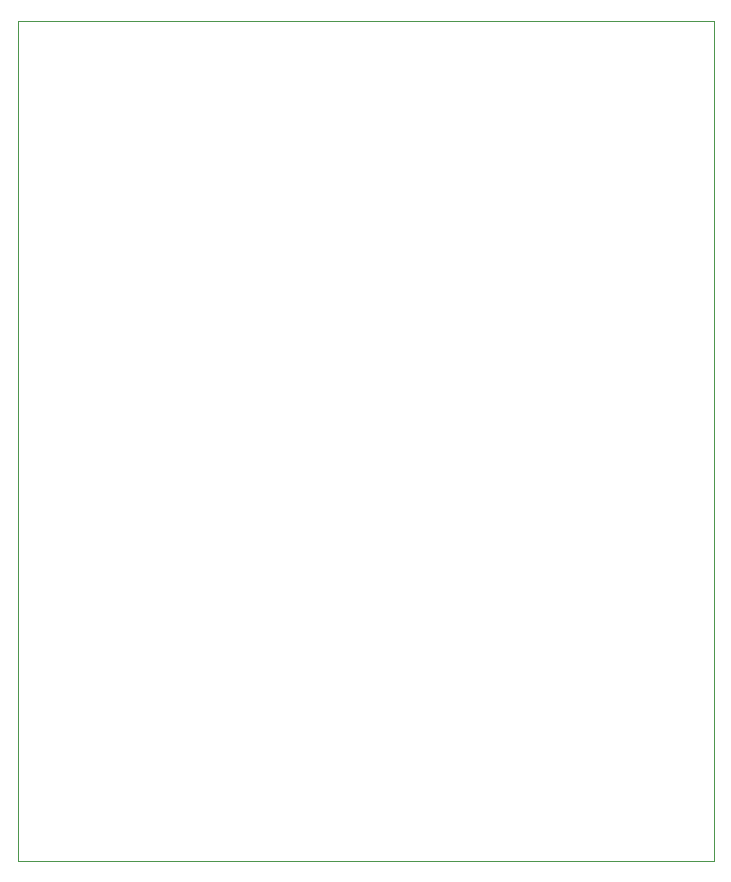
<source format=gbr>
G04 #@! TF.GenerationSoftware,KiCad,Pcbnew,6.0.10-1.fc36*
G04 #@! TF.CreationDate,2023-01-09T12:43:08-05:00*
G04 #@! TF.ProjectId,my_vga_board,6d795f76-6761-45f6-926f-6172642e6b69,v01*
G04 #@! TF.SameCoordinates,Original*
G04 #@! TF.FileFunction,Profile,NP*
%FSLAX46Y46*%
G04 Gerber Fmt 4.6, Leading zero omitted, Abs format (unit mm)*
G04 Created by KiCad (PCBNEW 6.0.10-1.fc36) date 2023-01-09 12:43:08*
%MOMM*%
%LPD*%
G01*
G04 APERTURE LIST*
G04 #@! TA.AperFunction,Profile*
%ADD10C,0.050000*%
G04 #@! TD*
G04 APERTURE END LIST*
D10*
X178810000Y-64464000D02*
X125470000Y-64464000D01*
X128264000Y-135584000D02*
X181604000Y-135584000D01*
X181604000Y-135584000D02*
X184398000Y-135584000D01*
X184398000Y-135584000D02*
X184398000Y-64464000D01*
X125470000Y-64464000D02*
X125470000Y-135584000D01*
X178810000Y-64464000D02*
X184398000Y-64464000D01*
X128264000Y-135584000D02*
X125470000Y-135584000D01*
M02*

</source>
